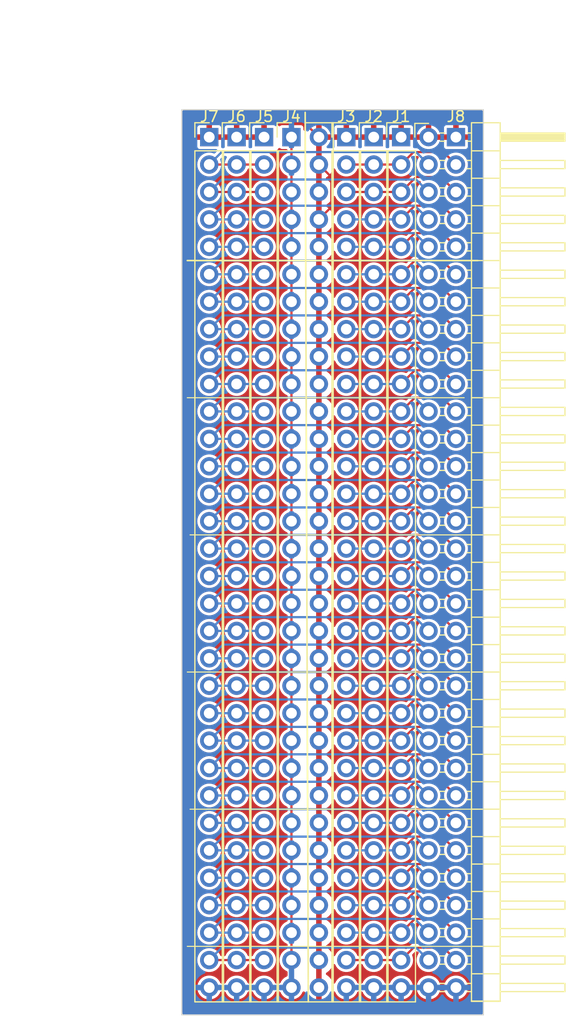
<source format=kicad_pcb>
(kicad_pcb (version 20221018) (generator pcbnew)
  (title_block (title "ITX-65C816") (date "2022-08-27") (rev "1") (company "land-boards.com"))
  (layers (0 "F.Cu" signal) (31 "B.Cu" signal) (36 "B.SilkS" user "B.Silkscreen") (37 "F.SilkS" user "F.Silkscreen") (38 "B.Mask" user) (39 "F.Mask" user) (44 "Edge.Cuts" user))
  (net 0 "")
  (net 1 "/P3")
  (net 2 "GND")
  (net 3 "/P5")
  (net 4 "/P7")
  (net 5 "/P9")
  (net 6 "/P11")
  (net 7 "/P13")
  (net 8 "/P15")
  (net 9 "/P17")
  (net 10 "/P19")
  (net 11 "/P21")
  (net 12 "/P23")
  (net 13 "/P25")
  (net 14 "/P27")
  (net 15 "/P29")
  (net 16 "/P31")
  (net 17 "/P33")
  (net 18 "/P35")
  (net 19 "/P37")
  (net 20 "/P39")
  (net 21 "/P41")
  (net 22 "/P43")
  (net 23 "/P45")
  (net 24 "/P47")
  (net 25 "/P49")
  (net 26 "/P51")
  (net 27 "/P53")
  (net 28 "/P55")
  (net 29 "/P57")
  (net 30 "/P59")
  (net 31 "/P4")
  (net 32 "/P6")
  (net 33 "/P8")
  (net 34 "/P10")
  (net 35 "/P12")
  (net 36 "/P14")
  (net 37 "/P16")
  (net 38 "/P18")
  (net 39 "/P20")
  (net 40 "VDD")
  (net 41 "/P22")
  (net 42 "/P24")
  (net 43 "/P26")
  (net 44 "/P28")
  (net 45 "/P30")
  (net 46 "/P32")
  (net 47 "/P34")
  (net 48 "/P36")
  (net 49 "/P38")
  (net 50 "/P40")
  (net 51 "/P42")
  (net 52 "/P44")
  (net 53 "/P46")
  (net 54 "/P48")
  (net 55 "/P50")
  (net 56 "/P52")
  (net 57 "/P54")
  (net 58 "/P56")
  (net 59 "/P58")
  (net 60 "/P60")
  (net 61 "/P61")
  (net 62 "/P62")
  (footprint "Connector_PinHeader_2.54mm:PinHeader_2x32_P2.54mm_Vertical" (layer "F.Cu") (at 134.62 53.34)
    (fp_text reference "J4")
    (fp_text value "Conn_02x32_Odd_Even")
  )
  (footprint "LandBoards_Conns:PinHeader_2x32_P2.54mm_Horizontal-FLIPPED" (layer "F.Cu") (at 147.32 53.34)
    (fp_text reference "J8")
    (fp_text value "Conn_02x32_Odd_Even")
  )
  (footprint "Connector_PinHeader_2.54mm:PinHeader_1x32_P2.54mm_Vertical" (layer "F.Cu") (at 142.24 53.34)
    (fp_text reference "J2")
    (fp_text value "Conn_01x32")
  )
  (footprint "Connector_PinHeader_2.54mm:PinHeader_1x32_P2.54mm_Vertical" (layer "F.Cu") (at 144.78 53.34)
    (fp_text reference "J1")
    (fp_text value "Conn_01x32")
  )
  (footprint "Connector_PinHeader_2.54mm:PinHeader_1x32_P2.54mm_Vertical" (layer "F.Cu") (at 139.7 53.34)
    (fp_text reference "J3")
    (fp_text value "Conn_01x32")
  )
  (footprint "Connector_PinHeader_2.54mm:PinHeader_1x32_P2.54mm_Vertical" (layer "F.Cu") (at 127 53.34)
    (fp_text reference "J7")
    (fp_text value "Conn_01x32")
  )
  (footprint "Connector_PinHeader_2.54mm:PinHeader_1x32_P2.54mm_Vertical" (layer "F.Cu") (at 129.54 53.34)
    (fp_text reference "J6")
    (fp_text value "Conn_01x32")
  )
  (footprint "Connector_PinHeader_2.54mm:PinHeader_1x32_P2.54mm_Vertical" (layer "F.Cu") (at 132.08 53.34)
    (fp_text reference "J5")
    (fp_text value "Conn_01x32")
  )
  (gr_line (start 125.222 90.17) (end 151.892 90.17) (stroke (width 0.1)) (layer "F.SilkS"))
  (gr_line (start 135.89 51.054) (end 136.18 133.41) (stroke (width 0.15)) (layer "F.SilkS"))
  (gr_line (start 124.968 77.47) (end 150.622 77.47) (stroke (width 0.1)) (layer "F.SilkS"))
  (gr_line (start 125.222 115.57) (end 151.892 115.57) (stroke (width 0.1)) (layer "F.SilkS"))
  (gr_line (start 124.968 102.87) (end 151.13 102.87) (stroke (width 0.1)) (layer "F.SilkS"))
  (gr_line (start 124.968 128.27) (end 151.638 128.27) (stroke (width 0.1)) (layer "F.SilkS"))
  (gr_line (start 124.968 64.77) (end 151.892 64.77) (stroke (width 0.15)) (layer "F.SilkS"))
  (gr_rect (start 124.46 50.8) (end 152.4 134.62) (stroke (width 0.1)) (fill none) (layer "Edge.Cuts"))
  (segment (start 144.78 55.88) (end 145.9348 54.7252) (width 0.2032) (layer "F.Cu") (net 1))
  (segment (start 139.7 55.88) (end 142.24 55.88) (width 0.2032) (layer "F.Cu") (net 1))
  (segment (start 142.24 55.88) (end 144.78 55.88) (width 0.2032) (layer "F.Cu") (net 1))
  (segment (start 148.7052 54.7252) (end 149.86 55.88) (width 0.2032) (layer "F.Cu") (net 1))
  (segment (start 145.9348 54.7252) (end 148.7052 54.7252) (width 0.2032) (layer "F.Cu") (net 1))
  (segment (start 139.7 132.08) (end 142.24 132.08) (width 0.2032) (layer "F.Cu") (net 2))
  (segment (start 134.62 55.88) (end 134.62 53.34) (width 0.2032) (layer "F.Cu") (net 2))
  (segment (start 142.24 132.08) (end 144.78 132.08) (width 0.2032) (layer "F.Cu") (net 2))
  (segment (start 134.62 129.54) (end 134.62 132.08) (width 0.2032) (layer "F.Cu") (net 2))
  (segment (start 134.62 58.42) (end 134.62 55.88) (width 0.2032) (layer "F.Cu") (net 2))
  (segment (start 134.62 124.46) (end 134.62 127) (width 0.2032) (layer "F.Cu") (net 2))
  (segment (start 127 132.08) (end 129.54 132.08) (width 0.2032) (layer "F.Cu") (net 2))
  (segment (start 134.62 127) (end 134.62 129.54) (width 0.2032) (layer "F.Cu") (net 2))
  (segment (start 134.62 58.42) (end 134.62 124.46) (width 0.2032) (layer "F.Cu") (net 2))
  (segment (start 134.62 132.08) (end 132.08 132.08) (width 0.2032) (layer "F.Cu") (net 2))
  (segment (start 129.54 132.08) (end 132.08 132.08) (width 0.2032) (layer "F.Cu") (net 2))
  (segment (start 148.4748 57.0348) (end 149.86 58.42) (width 0.2032) (layer "F.Cu") (net 3))
  (segment (start 146.1652 57.0348) (end 148.4748 57.0348) (width 0.2032) (layer "F.Cu") (net 3))
  (segment (start 144.78 58.42) (end 146.1652 57.0348) (width 0.2032) (layer "F.Cu") (net 3))
  (segment (start 142.24 58.42) (end 144.78 58.42) (width 0.2032) (layer "F.Cu") (net 3))
  (segment (start 139.7 58.42) (end 142.24 58.42) (width 0.2032) (layer "F.Cu") (net 3))
  (segment (start 149.86 60.96) (end 148.59 59.69) (width 0.2032) (layer "F.Cu") (net 4))
  (segment (start 146.05 59.69) (end 144.78 60.96) (width 0.2032) (layer "F.Cu") (net 4))
  (segment (start 148.59 59.69) (end 146.05 59.69) (width 0.2032) (layer "F.Cu") (net 4))
  (segment (start 139.7 60.96) (end 144.78 60.96) (width 0.2032) (layer "B.Cu") (net 4))
  (segment (start 144.78 63.5) (end 146.05 62.23) (width 0.2032) (layer "F.Cu") (net 5))
  (segment (start 146.05 62.23) (end 148.59 62.23) (width 0.2032) (layer "F.Cu") (net 5))
  (segment (start 148.59 62.23) (end 149.86 63.5) (width 0.2032) (layer "F.Cu") (net 5))
  (segment (start 139.7 63.5) (end 144.78 63.5) (width 0.2032) (layer "B.Cu") (net 5))
  (segment (start 146.05 64.77) (end 148.59 64.77) (width 0.2032) (layer "F.Cu") (net 6))
  (segment (start 148.59 64.77) (end 149.86 66.04) (width 0.2032) (layer "F.Cu") (net 6))
  (segment (start 144.78 66.04) (end 146.05 64.77) (width 0.2032) (layer "F.Cu") (net 6))
  (segment (start 144.78 66.04) (end 139.7 66.04) (width 0.2032) (layer "B.Cu") (net 6))
  (segment (start 148.59 67.31) (end 149.86 68.58) (width 0.2032) (layer "F.Cu") (net 7))
  (segment (start 146.05 67.31) (end 148.59 67.31) (width 0.2032) (layer "F.Cu") (net 7))
  (segment (start 144.78 68.58) (end 146.05 67.31) (width 0.2032) (layer "F.Cu") (net 7))
  (segment (start 139.7 68.58) (end 144.78 68.58) (width 0.2032) (layer "B.Cu") (net 7))
  (segment (start 144.78 71.12) (end 146.05 69.85) (width 0.2032) (layer "F.Cu") (net 8))
  (segment (start 146.05 69.85) (end 148.59 69.85) (width 0.2032) (layer "F.Cu") (net 8))
  (segment (start 148.59 69.85) (end 149.86 71.12) (width 0.2032) (layer "F.Cu") (net 8))
  (segment (start 139.7 71.12) (end 144.78 71.12) (width 0.2032) (layer "B.Cu") (net 8))
  (segment (start 144.78 73.66) (end 146.05 72.39) (width 0.2032) (layer "F.Cu") (net 9))
  (segment (start 148.59 72.39) (end 149.86 73.66) (width 0.2032) (layer "F.Cu") (net 9))
  (segment (start 146.05 72.39) (end 148.59 72.39) (width 0.2032) (layer "F.Cu") (net 9))
  (segment (start 139.7 73.66) (end 144.78 73.66) (width 0.2032) (layer "B.Cu") (net 9))
  (segment (start 144.78 76.2) (end 146.05 74.93) (width 0.2032) (layer "F.Cu") (net 10))
  (segment (start 148.59 74.93) (end 149.86 76.2) (width 0.2032) (layer "F.Cu") (net 10))
  (segment (start 146.05 74.93) (end 148.59 74.93) (width 0.2032) (layer "F.Cu") (net 10))
  (segment (start 139.7 76.2) (end 144.78 76.2) (width 0.2032) (layer "B.Cu") (net 10))
  (segment (start 146.05 77.47) (end 148.59 77.47) (width 0.2032) (layer "F.Cu") (net 11))
  (segment (start 144.78 78.74) (end 146.05 77.47) (width 0.2032) (layer "F.Cu") (net 11))
  (segment (start 148.59 77.47) (end 149.86 78.74) (width 0.2032) (layer "F.Cu") (net 11))
  (segment (start 139.7 78.74) (end 144.78 78.74) (width 0.2032) (layer "B.Cu") (net 11))
  (segment (start 146.05 80.01) (end 148.59 80.01) (width 0.2032) (layer "F.Cu") (net 12))
  (segment (start 144.78 81.28) (end 146.05 80.01) (width 0.2032) (layer "F.Cu") (net 12))
  (segment (start 148.59 80.01) (end 149.86 81.28) (width 0.2032) (layer "F.Cu") (net 12))
  (segment (start 139.7 81.28) (end 144.78 81.28) (width 0.2032) (layer "B.Cu") (net 12))
  (segment (start 146.05 82.55) (end 148.59 82.55) (width 0.2032) (layer "F.Cu") (net 13))
  (segment (start 148.59 82.55) (end 149.86 83.82) (width 0.2032) (layer "F.Cu") (net 13))
  (segment (start 144.78 83.82) (end 146.05 82.55) (width 0.2032) (layer "F.Cu") (net 13))
  (segment (start 139.7 83.82) (end 144.78 83.82) (width 0.2032) (layer "B.Cu") (net 13))
  (segment (start 144.78 86.36) (end 146.05 85.09) (width 0.2032) (layer "F.Cu") (net 14))
  (segment (start 148.59 85.09) (end 149.86 86.36) (width 0.2032) (layer "F.Cu") (net 14))
  (segment (start 146.05 85.09) (end 148.59 85.09) (width 0.2032) (layer "F.Cu") (net 14))
  (segment (start 139.7 86.36) (end 144.78 86.36) (width 0.2032) (layer "B.Cu") (net 14))
  (segment (start 144.78 88.9) (end 146.05 87.63) (width 0.2032) (layer "F.Cu") (net 15))
  (segment (start 148.59 87.63) (end 149.86 88.9) (width 0.2032) (layer "F.Cu") (net 15))
  (segment (start 146.05 87.63) (end 148.59 87.63) (width 0.2032) (layer "F.Cu") (net 15))
  (segment (start 139.7 88.9) (end 144.78 88.9) (width 0.2032) (layer "B.Cu") (net 15))
  (segment (start 148.59 90.17) (end 149.86 91.44) (width 0.2032) (layer "F.Cu") (net 16))
  (segment (start 146.05 90.17) (end 148.59 90.17) (width 0.2032) (layer "F.Cu") (net 16))
  (segment (start 144.78 91.44) (end 146.05 90.17) (width 0.2032) (layer "F.Cu") (net 16))
  (segment (start 139.7 91.44) (end 144.78 91.44) (width 0.2032) (layer "B.Cu") (net 16))
  (segment (start 148.59 92.71) (end 149.86 93.98) (width 0.2) (layer "F.Cu") (net 17))
  (segment (start 146.05 92.71) (end 148.59 92.71) (width 0.2) (layer "F.Cu") (net 17))
  (segment (start 144.78 93.98) (end 146.05 92.71) (width 0.2) (layer "F.Cu") (net 17))
  (segment (start 139.7 93.98) (end 144.78 93.98) (width 0.2) (layer "B.Cu") (net 17))
  (segment (start 144.78 96.52) (end 146.05 95.25) (width 0.2) (layer "F.Cu") (net 18))
  (segment (start 148.59 95.25) (end 149.86 96.52) (width 0.2) (layer "F.Cu") (net 18))
  (segment (start 146.05 95.25) (end 148.59 95.25) (width 0.2) (layer "F.Cu") (net 18))
  (segment (start 139.7 96.52) (end 144.78 96.52) (width 0.2) (layer "B.Cu") (net 18))
  (segment (start 148.59 97.79) (end 149.86 99.06) (width 0.2032) (layer "F.Cu") (net 19))
  (segment (start 144.78 99.06) (end 146.05 97.79) (width 0.2032) (layer "F.Cu") (net 19))
  (segment (start 146.05 97.79) (end 148.59 97.79) (width 0.2032) (layer "F.Cu") (net 19))
  (segment (start 139.7 99.06) (end 144.78 99.06) (width 0.2032) (layer "B.Cu") (net 19))
  (segment (start 144.78 101.6) (end 146.05 100.33) (width 0.2032) (layer "F.Cu") (net 20))
  (segment (start 146.05 100.33) (end 148.59 100.33) (width 0.2032) (layer "F.Cu") (net 20))
  (segment (start 148.59 100.33) (end 149.86 101.6) (width 0.2032) (layer "F.Cu") (net 20))
  (segment (start 139.7 101.6) (end 144.78 101.6) (width 0.2032) (layer "B.Cu") (net 20))
  (segment (start 148.59 102.87) (end 149.86 104.14) (width 0.2032) (layer "F.Cu") (net 21))
  (segment (start 144.78 104.14) (end 146.05 102.87) (width 0.2032) (layer "F.Cu") (net 21))
  (segment (start 146.05 102.87) (end 148.59 102.87) (width 0.2032) (layer "F.Cu") (net 21))
  (segment (start 139.7 104.14) (end 144.78 104.14) (width 0.2032) (layer "B.Cu") (net 21))
  (segment (start 148.59 105.41) (end 149.86 106.68) (width 0.2032) (layer "F.Cu") (net 22))
  (segment (start 144.78 106.68) (end 146.05 105.41) (width 0.2032) (layer "F.Cu") (net 22))
  (segment (start 146.05 105.41) (end 148.59 105.41) (width 0.2032) (layer "F.Cu") (net 22))
  (segment (start 139.7 106.68) (end 144.78 106.68) (width 0.2032) (layer "B.Cu") (net 22))
  (segment (start 144.78 109.22) (end 146.05 107.95) (width 0.2032) (layer "F.Cu") (net 23))
  (segment (start 148.59 107.95) (end 149.86 109.22) (width 0.2032) (layer "F.Cu") (net 23))
  (segment (start 146.05 107.95) (end 148.59 107.95) (width 0.2032) (layer "F.Cu") (net 23))
  (segment (start 139.7 109.22) (end 144.78 109.22) (width 0.2032) (layer "B.Cu") (net 23))
  (segment (start 144.78 111.76) (end 146.05 110.49) (width 0.2032) (layer "F.Cu") (net 24))
  (segment (start 146.05 110.49) (end 148.59 110.49) (width 0.2032) (layer "F.Cu") (net 24))
  (segment (start 148.59 110.49) (end 149.86 111.76) (width 0.2032) (layer "F.Cu") (net 24))
  (segment (start 139.7 111.76) (end 144.78 111.76) (width 0.2032) (layer "B.Cu") (net 24))
  (segment (start 146.05 113.03) (end 148.59 113.03) (width 0.2032) (layer "F.Cu") (net 25))
  (segment (start 144.78 114.3) (end 146.05 113.03) (width 0.2032) (layer "F.Cu") (net 25))
  (segment (start 148.59 113.03) (end 149.86 114.3) (width 0.2032) (layer "F.Cu") (net 25))
  (segment (start 139.7 114.3) (end 144.78 114.3) (width 0.2032) (layer "B.Cu") (net 25))
  (segment (start 144.78 116.84) (end 146.05 115.57) (width 0.2032) (layer "F.Cu") (net 26))
  (segment (start 148.59 115.57) (end 149.86 116.84) (width 0.2032) (layer "F.Cu") (net 26))
  (segment (start 146.05 115.57) (end 148.59 115.57) (width 0.2032) (layer "F.Cu") (net 26))
  (segment (start 139.7 116.84) (end 144.78 116.84) (width 0.2032) (layer "B.Cu") (net 26))
  (segment (start 148.59 118.11) (end 149.86 119.38) (width 0.2032) (layer "F.Cu") (net 27))
  (segment (start 144.78 119.38) (end 146.05 118.11) (width 0.2032) (layer "F.Cu") (net 27))
  (segment (start 146.05 118.11) (end 148.59 118.11) (width 0.2032) (layer "F.Cu") (net 27))
  (segment (start 139.7 119.38) (end 144.78 119.38) (width 0.2032) (layer "B.Cu") (net 27))
  (segment (start 144.78 121.92) (end 146.05 120.65) (width 0.2032) (layer "F.Cu") (net 28))
  (segment (start 148.59 120.65) (end 149.86 121.92) (width 0.2032) (layer "F.Cu") (net 28))
  (segment (start 146.05 120.65) (end 148.59 120.65) (width 0.2032) (layer "F.Cu") (net 28))
  (segment (start 139.7 121.92) (end 144.78 121.92) (width 0.2032) (layer "B.Cu") (net 28))
  (segment (start 144.78 124.46) (end 146.05 123.19) (width 0.2032) (layer "F.Cu") (net 29))
  (segment (start 148.59 123.19) (end 149.86 124.46) (width 0.2032) (layer "F.Cu") (net 29))
  (segment (start 146.05 123.19) (end 148.59 123.19) (width 0.2032) (layer "F.Cu") (net 29))
  (segment (start 139.7 124.46) (end 144.78 124.46) (width 0.2032) (layer "B.Cu") (net 29))
  (segment (start 148.59 125.73) (end 149.86 127) (width 0.2032) (layer "F.Cu") (net 30))
  (segment (start 144.78 127) (end 146.05 125.73) (width 0.2032) (layer "F.Cu") (net 30))
  (segment (start 146.05 125.73) (end 148.59 125.73) (width 0.2032) (layer "F.Cu") (net 30))
  (segment (start 139.7 127) (end 144.78 127) (width 0.2032) (layer "B.Cu") (net 30))
  (segment (start 127 55.88) (end 129.54 55.88) (width 0.2032) (layer "F.Cu") (net 31))
  (segment (start 129.54 55.88) (end 132.08 55.88) (width 0.2032) (layer "F.Cu") (net 31))
  (segment (start 128.1548 54.7252) (end 127 55.88) (width 0.2032) (layer "B.Cu") (net 31))
  (segment (start 147.32 55.88) (end 146.1652 54.7252) (width 0.2032) (layer "B.Cu") (net 31))
  (segment (start 128.1548 54.7252) (end 146.1652 54.7252) (width 0.2032) (layer "B.Cu") (net 31))
  (segment (start 127 58.42) (end 129.54 58.42) (width 0.2032) (layer "F.Cu") (net 32))
  (segment (start 129.54 58.42) (end 132.08 58.42) (width 0.2032) (layer "F.Cu") (net 32))
  (segment (start 147.32 58.42) (end 146.1652 57.2652) (width 0.2032) (layer "B.Cu") (net 32))
  (segment (start 128.1548 57.2652) (end 146.1652 57.2652) (width 0.2032) (layer "B.Cu") (net 32))
  (segment (start 128.1548 57.2652) (end 127 58.42) (width 0.2032) (layer "B.Cu") (net 32))
  (segment (start 128.27 59.69) (end 127 60.96) (width 0.2032) (layer "B.Cu") (net 33))
  (segment (start 127 60.96) (end 132.08 60.96) (width 0.2032) (layer "B.Cu") (net 33))
  (segment (start 128.27 59.69) (end 146.05 59.69) (width 0.2032) (layer "B.Cu") (net 33))
  (segment (start 146.05 59.69) (end 147.32 60.96) (width 0.2032) (layer "B.Cu") (net 33))
  (segment (start 146.05 62.23) (end 147.32 63.5) (width 0.2032) (layer "B.Cu") (net 34))
  (segment (start 128.27 62.23) (end 146.05 62.23) (width 0.2032) (layer "B.Cu") (net 34))
  (segment (start 128.27 62.23) (end 127 63.5) (width 0.2032) (layer "B.Cu") (net 34))
  (segment (start 127 63.5) (end 132.08 63.5) (width 0.2032) (layer "B.Cu") (net 34))
  (segment (start 128.27 64.77) (end 146.05 64.77) (width 0.2032) (layer "B.Cu") (net 35))
  (segment (start 128.27 64.77) (end 127 66.04) (width 0.2032) (layer "B.Cu") (net 35))
  (segment (start 127 66.04) (end 132.08 66.04) (width 0.2032) (layer "B.Cu") (net 35))
  (segment (start 146.05 64.77) (end 147.32 66.04) (width 0.2032) (layer "B.Cu") (net 35))
  (segment (start 128.27 67.31) (end 146.05 67.31) (width 0.2032) (layer "B.Cu") (net 36))
  (segment (start 127 68.58) (end 132.08 68.58) (width 0.2032) (layer "B.Cu") (net 36))
  (segment (start 146.05 67.31) (end 147.32 68.58) (width 0.2032) (layer "B.Cu") (net 36))
  (segment (start 128.27 67.31) (end 127 68.58) (width 0.2032) (layer "B.Cu") (net 36))
  (segment (start 127 71.12) (end 132.08 71.12) (width 0.2032) (layer "B.Cu") (net 37))
  (segment (start 128.27 69.85) (end 146.05 69.85) (width 0.2032) (layer "B.Cu") (net 37))
  (segment (start 146.05 69.85) (end 147.32 71.12) (width 0.2032) (layer "B.Cu") (net 37))
  (segment (start 128.27 69.85) (end 127 71.12) (width 0.2032) (layer "B.Cu") (net 37))
  (segment (start 128.27 72.39) (end 146.05 72.39) (width 0.2032) (layer "B.Cu") (net 38))
  (segment (start 127 73.66) (end 132.08 73.66) (width 0.2032) (layer "B.Cu") (net 38))
  (segment (start 128.27 72.39) (end 127 73.66) (width 0.2032) (layer "B.Cu") (net 38))
  (segment (start 146.05 72.39) (end 147.32 73.66) (width 0.2032) (layer "B.Cu") (net 38))
  (segment (start 146.05 74.93) (end 147.32 76.2) (width 0.2032) (layer "B.Cu") (net 39))
  (segment (start 128.27 74.93) (end 146.05 74.93) (width 0.2032) (layer "B.Cu") (net 39))
  (segment (start 127 76.2) (end 132.08 76.2) (width 0.2032) (layer "B.Cu") (net 39))
  (segment (start 128.27 74.93) (end 127 76.2) (width 0.2032) (layer "B.Cu") (net 39))
  (segment (start 135.4328 51.6128) (end 132.6134 51.6128) (width 0.2032) (layer "F.Cu") (net 40))
  (segment (start 132.6134 51.6128) (end 132.08 52.1462) (width 0.2032) (layer "F.Cu") (net 40))
  (segment (start 137.16 53.34) (end 135.4328 51.6128) (width 0.2032) (layer "F.Cu") (net 40))
  (segment (start 138.314311 57.034311) (end 138.314311 59.805689) (width 0.2032) (layer "F.Cu") (net 40))
  (segment (start 127 53.34) (end 129.54 53.34) (width 0.2032) (layer "F.Cu") (net 40))
  (segment (start 138.314311 59.805689) (end 137.16 60.96) (width 0.2032) (layer "F.Cu") (net 40))
  (segment (start 132.08 52.1462) (end 132.08 53.34) (width 0.2032) (layer "F.Cu") (net 40))
  (segment (start 137.16 60.96) (end 137.16 127) (width 0.2032) (layer "F.Cu") (net 40))
  (segment (start 139.7 53.34) (end 137.16 53.34) (width 0.2032) (layer "F.Cu") (net 40))
  (segment (start 142.24 53.34) (end 147.32 53.34) (width 0.2032) (layer "F.Cu") (net 40))
  (segment (start 137.16 55.88) (end 138.314311 57.034311) (width 0.2032) (layer "F.Cu") (net 40))
  (segment (start 142.24 53.34) (end 139.7 53.34) (width 0.2032) (layer "F.Cu") (net 40))
  (segment (start 149.86 53.34) (end 147.32 53.34) (width 0.2032) (layer "F.Cu") (net 40))
  (segment (start 146.05 77.47) (end 147.32 78.74) (width 0.2032) (layer "B.Cu") (net 41))
  (segment (start 128.27 77.47) (end 127 78.74) (width 0.2032) (layer "B.Cu") (net 41))
  (segment (start 128.27 77.47) (end 146.05 77.47) (width 0.2032) (layer "B.Cu") (net 41))
  (segment (start 127 78.74) (end 132.08 78.74) (width 0.2032) (layer "B.Cu") (net 41))
  (segment (start 128.27 80.01) (end 127 81.28) (width 0.2032) (layer "B.Cu") (net 42))
  (segment (start 146.05 80.01) (end 147.32 81.28) (width 0.2032) (layer "B.Cu") (net 42))
  (segment (start 127 81.28) (end 132.08 81.28) (width 0.2032) (layer "B.Cu") (net 42))
  (segment (start 128.27 80.01) (end 146.05 80.01) (width 0.2032) (layer "B.Cu") (net 42))
  (segment (start 127 83.82) (end 132.08 83.82) (width 0.2032) (layer "B.Cu") (net 43))
  (segment (start 128.27 82.55) (end 146.05 82.55) (width 0.2032) (layer "B.Cu") (net 43))
  (segment (start 146.05 82.55) (end 147.32 83.82) (width 0.2032) (layer "B.Cu") (net 43))
  (segment (start 128.27 82.55) (end 127 83.82) (width 0.2032) (layer "B.Cu") (net 43))
  (segment (start 127 86.36) (end 132.08 86.36) (width 0.2032) (layer "B.Cu") (net 44))
  (segment (start 128.27 85.09) (end 127 86.36) (width 0.2032) (layer "B.Cu") (net 44))
  (segment (start 128.27 85.09) (end 146.05 85.09) (width 0.2032) (layer "B.Cu") (net 44))
  (segment (start 146.05 85.09) (end 147.32 86.36) (width 0.2032) (layer "B.Cu") (net 44))
  (segment (start 127 88.9) (end 132.08 88.9) (width 0.2032) (layer "B.Cu") (net 45))
  (segment (start 146.05 87.63) (end 147.32 88.9) (width 0.2032) (layer "B.Cu") (net 45))
  (segment (start 128.27 87.63) (end 127 88.9) (width 0.2032) (layer "B.Cu") (net 45))
  (segment (start 128.27 87.63) (end 146.05 87.63) (width 0.2032) (layer "B.Cu") (net 45))
  (segment (start 128.27 90.17) (end 146.05 90.17) (width 0.2032) (layer "B.Cu") (net 46))
  (segment (start 146.05 90.17) (end 147.32 91.44) (width 0.2032) (layer "B.Cu") (net 46))
  (segment (start 127 91.44) (end 132.08 91.44) (width 0.2032) (layer "B.Cu") (net 46))
  (segment (start 128.27 90.17) (end 127 91.44) (width 0.2032) (layer "B.Cu") (net 46))
  (segment (start 127 93.98) (end 132.08 93.98) (width 0.2) (layer "B.Cu") (net 47))
  (segment (start 128.27 92.71) (end 146.05 92.71) (width 0.2) (layer "B.Cu") (net 47))
  (segment (start 128.27 92.71) (end 127 93.98) (width 0.2) (layer "B.Cu") (net 47))
  (segment (start 146.05 92.71) (end 147.32 93.98) (width 0.2) (layer "B.Cu") (net 47))
  (segment (start 128.27 95.25) (end 146.05 95.25) (width 0.2) (layer "B.Cu") (net 48))
  (segment (start 128.27 95.25) (end 127 96.52) (width 0.2) (layer "B.Cu") (net 48))
  (segment (start 127 96.52) (end 132.08 96.52) (width 0.2) (layer "B.Cu") (net 48))
  (segment (start 146.05 95.25) (end 147.32 96.52) (width 0.2) (layer "B.Cu") (net 48))
  (segment (start 128.27 97.79) (end 146.05 97.79) (width 0.2032) (layer "B.Cu") (net 49))
  (segment (start 146.05 97.79) (end 147.32 99.06) (width 0.2032) (layer "B.Cu") (net 49))
  (segment (start 128.27 97.79) (end 127 99.06) (width 0.2032) (layer "B.Cu") (net 49))
  (segment (start 127 99.06) (end 132.08 99.06) (width 0.2032) (layer "B.Cu") (net 49))
  (segment (start 146.05 100.33) (end 147.32 101.6) (width 0.2032) (layer "B.Cu") (net 50))
  (segment (start 128.27 100.33) (end 146.05 100.33) (width 0.2032) (layer "B.Cu") (net 50))
  (segment (start 128.27 100.33) (end 127 101.6) (width 0.2032) (layer "B.Cu") (net 50))
  (segment (start 127 101.6) (end 132.08 101.6) (width 0.2032) (layer "B.Cu") (net 50))
  (segment (start 128.27 102.87) (end 146.05 102.87) (width 0.2032) (layer "B.Cu") (net 51))
  (segment (start 128.27 102.87) (end 127 104.14) (width 0.2032) (layer "B.Cu") (net 51))
  (segment (start 146.05 102.87) (end 147.32 104.14) (width 0.2032) (layer "B.Cu") (net 51))
  (segment (start 127 104.14) (end 132.08 104.14) (width 0.2032) (layer "B.Cu") (net 51))
  (segment (start 127 106.68) (end 132.08 106.68) (width 0.2032) (layer "B.Cu") (net 52))
  (segment (start 128.27 105.41) (end 127 106.68) (width 0.2032) (layer "B.Cu") (net 52))
  (segment (start 128.27 105.41) (end 146.05 105.41) (width 0.2032) (layer "B.Cu") (net 52))
  (segment (start 146.05 105.41) (end 147.32 106.68) (width 0.2032) (layer "B.Cu") (net 52))
  (segment (start 128.27 107.95) (end 127 109.22) (width 0.2032) (layer "B.Cu") (net 53))
  (segment (start 127 109.22) (end 132.08 109.22) (width 0.2032) (layer "B.Cu") (net 53))
  (segment (start 128.27 107.95) (end 146.05 107.95) (width 0.2032) (layer "B.Cu") (net 53))
  (segment (start 146.05 107.95) (end 147.32 109.22) (width 0.2032) (layer "B.Cu") (net 53))
  (segment (start 128.27 110.49) (end 146.05 110.49) (width 0.2032) (layer "B.Cu") (net 54))
  (segment (start 127 111.76) (end 132.08 111.76) (width 0.2032) (layer "B.Cu") (net 54))
  (segment (start 146.05 110.49) (end 147.32 111.76) (width 0.2032) (layer "B.Cu") (net 54))
  (segment (start 128.27 110.49) (end 127 111.76) (width 0.2032) (layer "B.Cu") (net 54))
  (segment (start 146.05 113.03) (end 147.32 114.3) (width 0.2032) (layer "B.Cu") (net 55))
  (segment (start 127 114.3) (end 132.08 114.3) (width 0.2032) (layer "B.Cu") (net 55))
  (segment (start 128.27 113.03) (end 146.05 113.03) (width 0.2032) (layer "B.Cu") (net 55))
  (segment (start 128.27 113.03) (end 127 114.3) (width 0.2032) (layer "B.Cu") (net 55))
  (segment (start 128.27 115.57) (end 127 116.84) (width 0.2032) (layer "B.Cu") (net 56))
  (segment (start 128.27 115.57) (end 146.05 115.57) (width 0.2032) (layer "B.Cu") (net 56))
  (segment (start 146.05 115.57) (end 147.32 116.84) (width 0.2032) (layer "B.Cu") (net 56))
  (segment (start 127 116.84) (end 132.08 116.84) (width 0.2032) (layer "B.Cu") (net 56))
  (segment (start 128.27 118.11) (end 127 119.38) (width 0.2032) (layer "B.Cu") (net 57))
  (segment (start 132.08 119.38) (end 127 119.38) (width 0.2032) (layer "B.Cu") (net 57))
  (segment (start 146.05 118.11) (end 147.32 119.38) (width 0.2032) (layer "B.Cu") (net 57))
  (segment (start 128.27 118.11) (end 146.05 118.11) (width 0.2032) (layer "B.Cu") (net 57))
  (segment (start 146.05 120.65) (end 147.32 121.92) (width 0.2032) (layer "B.Cu") (net 58))
  (segment (start 128.27 120.65) (end 146.05 120.65) (width 0.2032) (layer "B.Cu") (net 58))
  (segment (start 127 121.92) (end 132.08 121.92) (width 0.2032) (layer "B.Cu") (net 58))
  (segment (start 128.27 120.65) (end 127 121.92) (width 0.2032) (layer "B.Cu") (net 58))
  (segment (start 146.05 123.19) (end 147.32 124.46) (width 0.2032) (layer "B.Cu") (net 59))
  (segment (start 127 124.46) (end 132.08 124.46) (width 0.2032) (layer "B.Cu") (net 59))
  (segment (start 128.27 123.19) (end 146.05 123.19) (width 0.2032) (layer "B.Cu") (net 59))
  (segment (start 128.27 123.19) (end 127 124.46) (width 0.2032) (layer "B.Cu") (net 59))
  (segment (start 146.05 125.73) (end 147.32 127) (width 0.2032) (layer "B.Cu") (net 60))
  (segment (start 128.27 125.73) (end 127 127) (width 0.2032) (layer "B.Cu") (net 60))
  (segment (start 128.27 125.73) (end 146.05 125.73) (width 0.2032) (layer "B.Cu") (net 60))
  (segment (start 127 127) (end 132.08 127) (width 0.2032) (layer "B.Cu") (net 60))
  (segment (start 148.7052 128.3852) (end 145.9348 128.3852) (width 0.2032) (layer "F.Cu") (net 61))
  (segment (start 139.7 129.54) (end 142.24 129.54) (width 0.2032) (layer "F.Cu") (net 61))
  (segment (start 149.86 129.54) (end 148.7052 128.3852) (width 0.2032) (layer "F.Cu") (net 61))
  (segment (start 145.9348 128.3852) (end 144.78 129.54) (width 0.2032) (layer "F.Cu") (net 61))
  (segment (start 144.78 129.54) (end 142.24 129.54) (width 0.2032) (layer "F.Cu") (net 61))
  (segment (start 129.54 129.54) (end 132.08 129.54) (width 0.2032) (layer "F.Cu") (net 62))
  (segment (start 127 129.54) (end 129.54 129.54) (width 0.2032) (layer "F.Cu") (net 62))
  (segment (start 128.1548 128.3852) (end 146.1652 128.3852) (width 0.2032) (layer "B.Cu") (net 62))
  (segment (start 128.1548 128.3852) (end 127 129.54) (width 0.2032) (layer "B.Cu") (net 62))
  (segment (start 147.32 129.54) (end 146.1652 128.3852) (width 0.2032) (layer "B.Cu") (net 62))
  (zone (net 40) (net_name "VDD") (layer "F.Cu") (connect_pads (clearance 0.254)) (min_thickness 0.254) (fill yes (thermal_gap 0.508) (thermal_bridge_width 0.508))
    (polygon (pts (xy 152.4 134.62) (xy 124.46 134.62) (xy 124.46 50.8) (xy 152.4 50.8)))
  )
  (zone (net 2) (net_name "GND") (layer "B.Cu") (connect_pads (clearance 0.254)) (min_thickness 0.254) (fill yes (thermal_gap 0.508) (thermal_bridge_width 0.508))
    (polygon (pts (xy 152.4 134.62) (xy 124.46 134.62) (xy 124.46 50.8) (xy 152.4 50.8)))
  )
)
</source>
